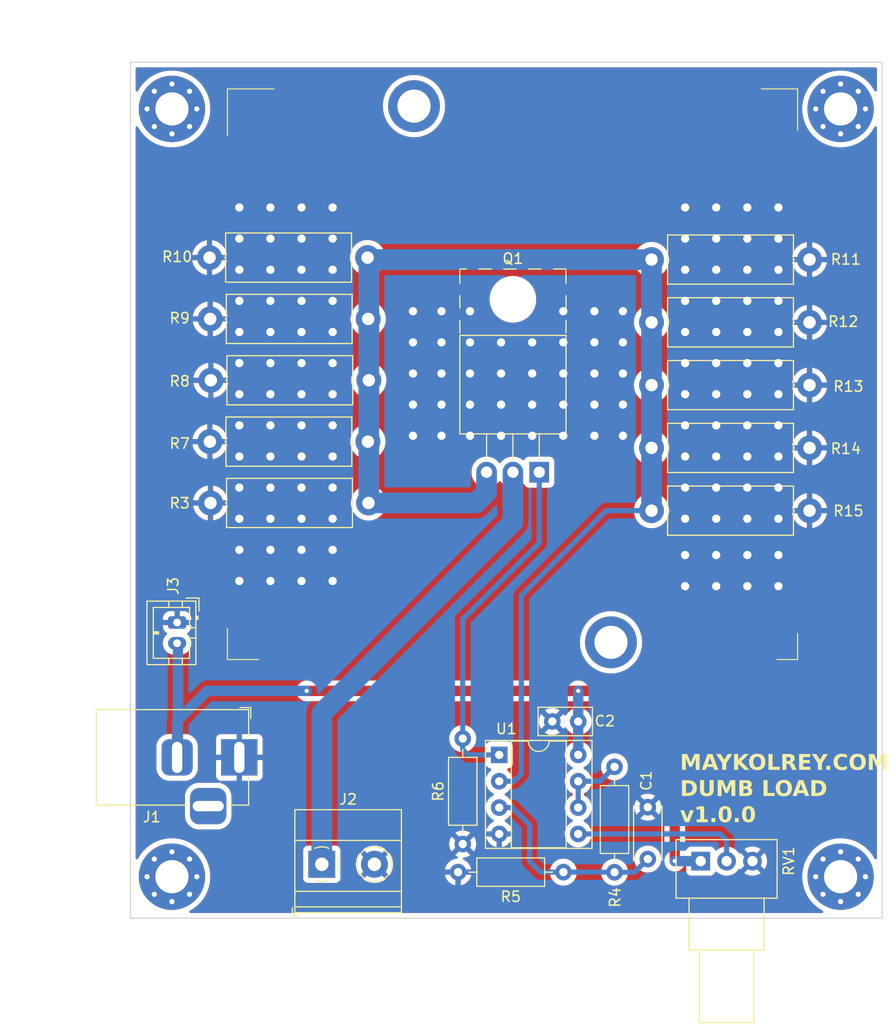
<source format=kicad_pcb>
(kicad_pcb (version 20240108) (generator "pcbnew") (generator_version "8.0")
  (title_block (title "Dummy Load") (date "2023-11-28") (rev "v1.0.0"))
  (layers (0 "F.Cu" signal) (31 "B.Cu" signal) (34 "B.Paste" user) (35 "F.Paste" user) (36 "B.SilkS" user "B.Silkscreen") (37 "F.SilkS" user "F.Silkscreen") (38 "B.Mask" user) (39 "F.Mask" user) (44 "Edge.Cuts" user))
  (net 0 "")
  (net 1 "/vo")
  (net 2 "Net-(J2-Pin_1)")
  (net 3 "/vsense")
  (net 4 "/vin")
  (net 5 "+12V")
  (net 6 "GND")
  (net 7 "/vref")
  (net 8 "Net-(U1B--)")
  (footprint "Package_TO_SOT_THT:TO-220-3_Horizontal_TabUp" (layer "F.Cu") (at 146.43 96.01 180)
    (property "Reference" "Q1" (at 2.54 20.58 0) (layer "F.SilkS"))
    (property "Value" "IRFZ44N")
    (fp_line (start 7.66 18.22) (end 7.66 19.42) (stroke (width 0.12)) (layer "F.SilkS"))
    (fp_line (start 7.66 15.82) (end 7.66 17.02) (stroke (width 0.12)) (layer "F.SilkS"))
    (fp_line (start 7.66 13.42) (end 7.66 14.62) (stroke (width 0.12)) (layer "F.SilkS"))
    (fp_line (start 7.66 3.69) (end 7.66 13.18) (stroke (width 0.12)) (layer "F.SilkS"))
    (fp_line (start 7.02 19.58) (end 7.66 19.58) (stroke (width 0.12)) (layer "F.SilkS"))
    (fp_line (start 5.08 1.15) (end 5.08 3.69) (stroke (width 0.12)) (layer "F.SilkS"))
    (fp_line (start 4.62 19.58) (end 5.82 19.58) (stroke (width 0.12)) (layer "F.SilkS"))
    (fp_line (start 2.54 1.15) (end 2.54 3.69) (stroke (width 0.12)) (layer "F.SilkS"))
    (fp_line (start 2.22 19.58) (end 3.42 19.58) (stroke (width 0.12)) (layer "F.SilkS"))
    (fp_line (start 0 1.15) (end 0 3.69) (stroke (width 0.12)) (layer "F.SilkS"))
    (fp_line (start -0.181 19.58) (end 1.02 19.58) (stroke (width 0.12)) (layer "F.SilkS"))
    (fp_line (start -2.58 19.58) (end -1.38 19.58) (stroke (width 0.12)) (layer "F.SilkS"))
    (fp_line (start -2.58 18.22) (end -2.58 19.42) (stroke (width 0.12)) (layer "F.SilkS"))
    (fp_line (start -2.58 15.82) (end -2.58 17.02) (stroke (width 0.12)) (layer "F.SilkS"))
    (fp_line (start -2.58 13.42) (end -2.58 14.62) (stroke (width 0.12)) (layer "F.SilkS"))
    (fp_line (start -2.58 13.18) (end 7.66 13.18) (stroke (width 0.12)) (layer "F.SilkS"))
    (fp_line (start -2.58 3.69) (end 7.66 3.69) (stroke (width 0.12)) (layer "F.SilkS"))
    (fp_line (start -2.58 3.69) (end -2.58 13.18) (stroke (width 0.12)) (layer "F.SilkS"))
    (pad "" np_thru_hole oval (at 2.54 16.66 180) (size 3.5 3.5) (drill 3.5) (layers "*.Cu" "*.Mask"))
    (pad "1" thru_hole rect (at 0 0 180) (size 1.905 2) (drill 1.1) (layers "*.Cu" "*.Mask") (net 1 "/vo"))
    (pad "2" thru_hole oval (at 2.54 0 180) (size 1.905 2) (drill 1.1) (layers "*.Cu" "*.Mask") (net 2 "Net-(J2-Pin_1)"))
    (pad "3" thru_hole oval (at 5.08 0 180) (size 1.905 2) (drill 1.1) (layers "*.Cu" "*.Mask") (net 3 "/vsense"))
  )
  (footprint "MountingHole:MountingHole_3.2mm_M3_Pad_Via" (layer "F.Cu") (at 175.5 135)
    (property "Reference" "H4" (hide yes))
    (property "Value" "MountingHole")
    (pad "1" thru_hole circle (at -2.4 0) (size 0.8 0.8) (drill 0.5) (layers "*.Cu" "*.Mask"))
    (pad "1" thru_hole circle (at -1.697056 -1.697056) (size 0.8 0.8) (drill 0.5) (layers "*.Cu" "*.Mask"))
    (pad "1" thru_hole circle (at -1.697056 1.697056) (size 0.8 0.8) (drill 0.5) (layers "*.Cu" "*.Mask"))
    (pad "1" thru_hole circle (at 0 -2.4) (size 0.8 0.8) (drill 0.5) (layers "*.Cu" "*.Mask"))
    (pad "1" thru_hole circle (at 0 0) (size 6.4 6.4) (drill 3.2) (layers "*.Cu" "*.Mask"))
    (pad "1" thru_hole circle (at 0 2.4) (size 0.8 0.8) (drill 0.5) (layers "*.Cu" "*.Mask"))
    (pad "1" thru_hole circle (at 1.697056 -1.697056) (size 0.8 0.8) (drill 0.5) (layers "*.Cu" "*.Mask"))
    (pad "1" thru_hole circle (at 1.697056 1.697056) (size 0.8 0.8) (drill 0.5) (layers "*.Cu" "*.Mask"))
    (pad "1" thru_hole circle (at 2.4 0) (size 0.8 0.8) (drill 0.5) (layers "*.Cu" "*.Mask"))
  )
  (footprint "Resistor_THT:R_Axial_DIN0207_L6.3mm_D2.5mm_P10.16mm_Horizontal" (layer "F.Cu") (at 148.76 134.56 180)
    (property "Reference" "R5" (at 5.08 -2.37 0) (layer "F.SilkS"))
    (property "Value" "10k")
    (fp_line (start 9.12 0) (end 8.35 0) (stroke (width 0.12)) (layer "F.SilkS"))
    (fp_line (start 8.35 1.37) (end 8.35 -1.37) (stroke (width 0.12)) (layer "F.SilkS"))
    (fp_line (start 8.35 -1.37) (end 1.81 -1.37) (stroke (width 0.12)) (layer "F.SilkS"))
    (fp_line (start 1.81 1.37) (end 8.35 1.37) (stroke (width 0.12)) (layer "F.SilkS"))
    (fp_line (start 1.81 -1.37) (end 1.81 1.37) (stroke (width 0.12)) (layer "F.SilkS"))
    (fp_line (start 1.04 0) (end 1.81 0) (stroke (width 0.12)) (layer "F.SilkS"))
    (pad "1" thru_hole circle (at 0 0 180) (size 1.6 1.6) (drill 0.8) (layers "*.Cu" "*.Mask") (net 7 "/vref"))
    (pad "2" thru_hole oval (at 10.16 0 180) (size 1.6 1.6) (drill 0.8) (layers "*.Cu" "*.Mask") (net 6 "GND"))
  )
  (footprint "Resistor_THT:R_Axial_DIN0414_L11.9mm_D4.5mm_P15.24mm_Horizontal" (layer "F.Cu") (at 129.96 98.98 180)
    (property "Reference" "R3" (at 18.21 -0.02 0) (layer "F.SilkS"))
    (property "Value" "10")
    (fp_line (start 13.8 0) (end 13.69 0) (stroke (width 0.12)) (layer "F.SilkS"))
    (fp_line (start 13.69 2.37) (end 13.69 -2.37) (stroke (width 0.12)) (layer "F.SilkS"))
    (fp_line (start 13.69 -2.37) (end 1.55 -2.37) (stroke (width 0.12)) (layer "F.SilkS"))
    (fp_line (start 1.55 2.37) (end 13.69 2.37) (stroke (width 0.12)) (layer "F.SilkS"))
    (fp_line (start 1.55 -2.37) (end 1.55 2.37) (stroke (width 0.12)) (layer "F.SilkS"))
    (fp_line (start 1.44 0) (end 1.55 0) (stroke (width 0.12)) (layer "F.SilkS"))
    (pad "1" thru_hole circle (at 0 0 180) (size 2.4 2.4) (drill 1.2) (layers "*.Cu" "*.Mask") (net 3 "/vsense"))
    (pad "2" thru_hole oval (at 15.24 0 180) (size 2.4 2.4) (drill 1.2) (layers "*.Cu" "*.Mask") (net 6 "GND"))
  )
  (footprint "Resistor_THT:R_Axial_DIN0414_L11.9mm_D4.5mm_P15.24mm_Horizontal" (layer "F.Cu") (at 129.99 87.155 180)
    (property "Reference" "R8" (at 18.24 -0.095 0) (layer "F.SilkS"))
    (property "Value" "10")
    (fp_line (start 13.8 0) (end 13.69 0) (stroke (width 0.12)) (layer "F.SilkS"))
    (fp_line (start 13.69 2.37) (end 13.69 -2.37) (stroke (width 0.12)) (layer "F.SilkS"))
    (fp_line (start 13.69 -2.37) (end 1.55 -2.37) (stroke (width 0.12)) (layer "F.SilkS"))
    (fp_line (start 1.55 2.37) (end 13.69 2.37) (stroke (width 0.12)) (layer "F.SilkS"))
    (fp_line (start 1.55 -2.37) (end 1.55 2.37) (stroke (width 0.12)) (layer "F.SilkS"))
    (fp_line (start 1.44 0) (end 1.55 0) (stroke (width 0.12)) (layer "F.SilkS"))
    (pad "1" thru_hole circle (at 0 0 180) (size 2.4 2.4) (drill 1.2) (layers "*.Cu" "*.Mask") (net 3 "/vsense"))
    (pad "2" thru_hole oval (at 15.24 0 180) (size 2.4 2.4) (drill 1.2) (layers "*.Cu" "*.Mask") (net 6 "GND"))
  )
  (footprint "MR-footprint:logo_mr_6x6mm" (layer "F.Cu") (at 168 119.25)
    (property "Reference" "G***" (hide yes))
    (property "Value" "LOGO" (hide yes))
  )
  (footprint "Potentiometer_THT:Potentiometer_Alps_RK09Y11_Single_Horizontal" (layer "F.Cu") (at 162 133.5 90)
    (property "Reference" "RV1" (at 0 8.5 90) (layer "F.SilkS"))
    (property "Value" "5k")
    (fp_line (start 2.071 -2.37) (end -3.57 -2.37) (stroke (width 0.12)) (layer "F.SilkS"))
    (fp_line (start -3.57 -1.12) (end -8.57 -1.12) (stroke (width 0.12)) (layer "F.SilkS"))
    (fp_line (start -8.57 -0.12) (end -15.57 -0.12) (stroke (width 0.12)) (layer "F.SilkS"))
    (fp_line (start -8.57 5.12) (end -15.57 5.12) (stroke (width 0.12)) (layer "F.SilkS"))
    (fp_line (start -15.57 5.12) (end -15.57 -0.12) (stroke (width 0.12)) (layer "F.SilkS"))
    (fp_line (start -3.57 6.12) (end -8.57 6.12) (stroke (width 0.12)) (layer "F.SilkS"))
    (fp_line (start -8.57 6.12) (end -8.57 -1.12) (stroke (width 0.12)) (layer "F.SilkS"))
    (fp_line (start 2.071 7.37) (end 2.071 -2.37) (stroke (width 0.12)) (layer "F.SilkS"))
    (fp_line (start 2.071 7.37) (end -3.57 7.37) (stroke (width 0.12)) (layer "F.SilkS"))
    (fp_line (start -3.57 7.37) (end -3.57 -2.37) (stroke (width 0.12)) (layer "F.SilkS"))
    (pad "1" thru_hole rect (at 0 0 270) (size 1.8 1.8) (drill 1) (layers "*.Cu" "*.Mask") (net 5 "+12V"))
    (pad "2" thru_hole circle (at 0 2.5 270) (size 1.8 1.8) (drill 1) (layers "*.Cu" "*.Mask") (net 4 "/vin"))
    (pad "3" thru_hole circle (at 0 5 270) (size 1.8 1.8) (drill 1) (layers "*.Cu" "*.Mask") (net 6 "GND"))
  )
  (footprint "Resistor_THT:R_Axial_DIN0414_L11.9mm_D4.5mm_P15.24mm_Horizontal" (layer "F.Cu") (at 157.26 93.67)
    (property "Reference" "R14" (at 18.74 0.08 0) (layer "F.SilkS"))
    (property "Value" "10")
    (fp_line (start 1.44 0) (end 1.55 0) (stroke (width 0.12)) (layer "F.SilkS"))
    (fp_line (start 1.55 -2.37) (end 1.55 2.37) (stroke (width 0.12)) (layer "F.SilkS"))
    (fp_line (start 1.55 2.37) (end 13.69 2.37) (stroke (width 0.12)) (layer "F.SilkS"))
    (fp_line (start 13.69 -2.37) (end 1.55 -2.37) (stroke (width 0.12)) (layer "F.SilkS"))
    (fp_line (start 13.69 2.37) (end 13.69 -2.37) (stroke (width 0.12)) (layer "F.SilkS"))
    (fp_line (start 13.8 0) (end 13.69 0) (stroke (width 0.12)) (layer "F.SilkS"))
    (pad "1" thru_hole circle (at 0 0) (size 2.4 2.4) (drill 1.2) (layers "*.Cu" "*.Mask") (net 3 "/vsense"))
    (pad "2" thru_hole oval (at 15.24 0) (size 2.4 2.4) (drill 1.2) (layers "*.Cu" "*.Mask") (net 6 "GND"))
  )
  (footprint "TerminalBlock_Phoenix:TerminalBlock_Phoenix_MKDS-1,5-2-5.08_1x02_P5.08mm_Horizontal" (layer "F.Cu") (at 125.455 133.805)
    (property "Reference" "J2" (at 2.54 -6.26 0) (layer "F.SilkS"))
    (property "Value" "Conn_01x02")
    (fp_line (start -2.84 4.16) (end -2.84 4.9) (stroke (width 0.12)) (layer "F.SilkS"))
    (fp_line (start -2.84 4.9) (end -2.34 4.9) (stroke (width 0.12)) (layer "F.SilkS"))
    (fp_line (start -2.6 -5.261) (end -2.6 4.66) (stroke (width 0.12)) (layer "F.SilkS"))
    (fp_line (start -2.6 -5.261) (end 7.68 -5.261) (stroke (width 0.12)) (layer "F.SilkS"))
    (fp_line (start -2.6 -2.301) (end 7.68 -2.301) (stroke (width 0.12)) (layer "F.SilkS"))
    (fp_line (start -2.6 2.6) (end 7.68 2.6) (stroke (width 0.12)) (layer "F.SilkS"))
    (fp_line (start -2.6 4.1) (end 7.68 4.1) (stroke (width 0.12)) (layer "F.SilkS"))
    (fp_line (start -2.6 4.66) (end 7.68 4.66) (stroke (width 0.12)) (layer "F.SilkS"))
    (fp_line (start 3.853 1.023) (end 3.806 1.069) (stroke (width 0.12)) (layer "F.SilkS"))
    (fp_line (start 4.046 1.239) (end 4.011 1.274) (stroke (width 0.12)) (layer "F.SilkS"))
    (fp_line (start 6.15 -1.275) (end 6.115 -1.239) (stroke (width 0.12)) (layer "F.SilkS"))
    (fp_line (start 6.355 -1.069) (end 6.308 -1.023) (stroke (width 0.12)) (layer "F.SilkS"))
    (fp_line (start 7.68 -5.261) (end 7.68 4.66) (stroke (width 0.12)) (layer "F.SilkS"))
    (fp_arc (start -1.535427 0.683042) (mid -1.680501 -0.000524) (end -1.535 -0.684) (stroke (width 0.12)) (layer "F.SilkS"))
    (fp_arc (start -0.683042 -1.535427) (mid 0.000524 -1.680501) (end 0.684 -1.535) (stroke (width 0.12)) (layer "F.SilkS"))
    (fp_arc (start 0.028805 1.680253) (mid -0.335551 1.646659) (end -0.684 1.535) (stroke (width 0.12)) (layer "F.SilkS"))
    (fp_arc (start 0.683318 1.534756) (mid 0.349292 1.643288) (end 0 1.68) (stroke (width 0.12)) (layer "F.SilkS"))
    (fp_arc (start 1.535427 -0.683042) (mid 1.680501 0.000524) (end 1.535 0.684) (stroke (width 0.12)) (layer "F.SilkS"))
    (fp_circle (center 5.08 0) (end 6.76 0) (stroke (width 0.12)) (fill none) (layer "F.SilkS"))
    (pad "1" thru_hole rect (at 0 0) (size 2.6 2.6) (drill 1.3) (layers "*.Cu" "*.Mask") (net 2 "Net-(J2-Pin_1)"))
    (pad "2" thru_hole circle (at 5.08 0) (size 2.6 2.6) (drill 1.3) (layers "*.Cu" "*.Mask") (net 6 "GND"))
  )
  (footprint "Connector_BarrelJack:BarrelJack_Horizontal" (layer "F.Cu") (at 117.5 123.5)
    (property "Reference" "J1" (at -8.45 5.75 0) (layer "F.SilkS"))
    (property "Value" "Conn_01x02")
    (fp_line (start -13.8 -4.6) (end 0.9 -4.6) (stroke (width 0.12)) (layer "F.SilkS"))
    (fp_line (start -13.8 4.6) (end -13.8 -4.6) (stroke (width 0.12)) (layer "F.SilkS"))
    (fp_line (start -5 4.6) (end -13.8 4.6) (stroke (width 0.12)) (layer "F.SilkS"))
    (fp_line (start 0.05 -4.8) (end 1.1 -4.8) (stroke (width 0.12)) (layer "F.SilkS"))
    (fp_line (start 0.9 -4.6) (end 0.9 -2) (stroke (width 0.12)) (layer "F.SilkS"))
    (fp_line (start 0.9 1.9) (end 0.9 4.6) (stroke (width 0.12)) (layer "F.SilkS"))
    (fp_line (start 0.9 4.6) (end -1 4.6) (stroke (width 0.12)) (layer "F.SilkS"))
    (fp_line (start 1.1 -3.75) (end 1.1 -4.8) (stroke (width 0.12)) (layer "F.SilkS"))
    (pad "1" thru_hole rect (at 0 0) (size 3.5 3.5) (drill oval 1 3) (layers "*.Cu" "*.Mask") (net 6 "GND"))
    (pad "2" thru_hole roundrect (at -6 0) (size 3 3.5) (drill oval 1 3) (layers "*.Cu" "*.Mask") (net 5 "+12V"))
    (pad "3" thru_hole roundrect (at -3 4.7) (size 3.5 3.5) (drill oval 3 1) (layers "*.Cu" "*.Mask"))
  )
  (footprint "Capacitor_THT:C_Disc_D5.0mm_W2.5mm_P5.00mm" (layer "F.Cu") (at 156.9 133.3 90)
    (property "Reference" "C1" (at 7.55 -0.15 90) (layer "F.SilkS"))
    (property "Value" "1u")
    (fp_line (start 5.12 -1.37) (end 5.12 -1.055) (stroke (width 0.12)) (layer "F.SilkS"))
    (fp_line (start -0.12 -1.37) (end 5.12 -1.37) (stroke (width 0.12)) (layer "F.SilkS"))
    (fp_line (start -0.12 -1.37) (end -0.12 -1.055) (stroke (width 0.12)) (layer "F.SilkS"))
    (fp_line (start 5.12 1.055) (end 5.12 1.37) (stroke (width 0.12)) (layer "F.SilkS"))
    (fp_line (start -0.12 1.055) (end -0.12 1.37) (stroke (width 0.12)) (layer "F.SilkS"))
    (fp_line (start -0.12 1.37) (end 5.12 1.37) (stroke (width 0.12)) (layer "F.SilkS"))
    (pad "1" thru_hole circle (at 0 0 90) (size 1.6 1.6) (drill 0.8) (layers "*.Cu" "*.Mask") (net 7 "/vref"))
    (pad "2" thru_hole circle (at 5 0 90) (size 1.6 1.6) (drill 0.8) (layers "*.Cu" "*.Mask") (net 6 "GND"))
  )
  (footprint "Resistor_THT:R_Axial_DIN0414_L11.9mm_D4.5mm_P15.24mm_Horizontal" (layer "F.Cu") (at 129.9 93.0675 180)
    (property "Reference" "R7" (at 18.15 -0.1825 0) (layer "F.SilkS"))
    (property "Value" "10")
    (fp_line (start 13.8 0) (end 13.69 0) (stroke (width 0.12)) (layer "F.SilkS"))
    (fp_line (start 13.69 2.37) (end 13.69 -2.37) (stroke (width 0.12)) (layer "F.SilkS"))
    (fp_line (start 13.69 -2.37) (end 1.55 -2.37) (stroke (width 0.12)) (layer "F.SilkS"))
    (fp_line (start 1.55 2.37) (end 13.69 2.37) (stroke (width 0.12)) (layer "F.SilkS"))
    (fp_line (start 1.55 -2.37) (end 1.55 2.37) (stroke (width 0.12)) (layer "F.SilkS"))
    (fp_line (start 1.44 0) (end 1.55 0) (stroke (width 0.12)) (layer "F.SilkS"))
    (pad "1" thru_hole circle (at 0 0 180) (size 2.4 2.4) (drill 1.2) (layers "*.Cu" "*.Mask") (net 3 "/vsense"))
    (pad "2" thru_hole oval (at 15.24 0 180) (size 2.4 2.4) (drill 1.2) (layers "*.Cu" "*.Mask") (net 6 "GND"))
  )
  (footprint "MR-footprint:disipador_VGA" (layer "F.Cu") (at 143.85 86.57 90)
    (property "Reference" "HS1" (hide yes))
    (property "Value" "Heatsink")
    (fp_line (start 27.5 -27.5) (end 27.5 -23) (stroke (width 0.1)) (layer "F.SilkS"))
    (fp_line (start 23 -27.5) (end 27.5 -27.5) (stroke (width 0.1)) (layer "F.SilkS"))
    (fp_line (start -27.5 -27.5) (end -24.5 -27.5) (stroke (width 0.1)) (layer "F.SilkS"))
    (fp_line (start -27.5 -24.5) (end -27.5 -27.5) (stroke (width 0.1)) (layer "F.SilkS"))
    (fp_line (start -27.5 25.5) (end -27.5 27.5) (stroke (width 0.1)) (layer "F.SilkS"))
    (fp_line (start 27.5 27.5) (end 27.5 24) (stroke (width 0.1)) (layer "F.SilkS"))
    (fp_line (start 23.5 27.5) (end 27.5 27.5) (stroke (width 0.1)) (layer "F.SilkS"))
    (fp_line (start -27.5 27.5) (end -25 27.5) (stroke (width 0.1)) (layer "F.SilkS"))
    (pad "" thru_hole circle (at -25.84 9.5 90) (size 5 5) (drill 3.2) (layers "*.Cu" "*.Mask"))
    (pad "" thru_hole circle (at 25.84 -9.5 90) (size 5 5) (drill 3.2) (layers "*.Cu" "*.Mask"))
  )
  (footprint "Resistor_THT:R_Axial_DIN0414_L11.9mm_D4.5mm_P15.24mm_Horizontal" (layer "F.Cu") (at 157.26 75.52)
    (property "Reference" "R11" (at 18.74 -0.02 0) (layer "F.SilkS"))
    (property "Value" "10")
    (fp_line (start 1.44 0) (end 1.55 0) (stroke (width 0.12)) (layer "F.SilkS"))
    (fp_line (start 1.55 -2.37) (end 1.55 2.37) (stroke (width 0.12)) (layer "F.SilkS"))
    (fp_line (start 1.55 2.37) (end 13.69 2.37) (stroke (width 0.12)) (layer "F.SilkS"))
    (fp_line (start 13.69 -2.37) (end 1.55 -2.37) (stroke (width 0.12)) (layer "F.SilkS"))
    (fp_line (start 13.69 2.37) (end 13.69 -2.37) (stroke (width 0.12)) (layer "F.SilkS"))
    (fp_line (start 13.8 0) (end 13.69 0) (stroke (width 0.12)) (layer "F.SilkS"))
    (pad "1" thru_hole circle (at 0 0) (size 2.4 2.4) (drill 1.2) (layers "*.Cu" "*.Mask") (net 3 "/vsense"))
    (pad "2" thru_hole oval (at 15.24 0) (size 2.4 2.4) (drill 1.2) (layers "*.Cu" "*.Mask") (net 6 "GND"))
  )
  (footprint "Capacitor_THT:C_Disc_D5.0mm_W2.5mm_P2.50mm" (layer "F.Cu") (at 150.19 120.04 180)
    (property "Reference" "C2" (at -2.56 0.04 0) (layer "F.SilkS"))
    (property "Value" "100nF")
    (fp_line (start 3.87 -1.37) (end 3.87 1.37) (stroke (width 0.12)) (layer "F.SilkS"))
    (fp_line (start -1.37 1.37) (end 3.87 1.37) (stroke (width 0.12)) (layer "F.SilkS"))
    (fp_line (start -1.37 -1.37) (end 3.87 -1.37) (stroke (width 0.12)) (layer "F.SilkS"))
    (fp_line (start -1.37 -1.37) (end -1.37 1.37) (stroke (width 0.12)) (layer "F.SilkS"))
    (pad "1" thru_hole circle (at 0 0 180) (size 1.6 1.6) (drill 0.8) (layers "*.Cu" "*.Mask") (net 5 "+12V"))
    (pad "2" thru_hole circle (at 2.5 0 180) (size 1.6 1.6) (drill 0.8) (layers "*.Cu" "*.Mask") (net 6 "GND"))
  )
  (footprint "Resistor_THT:R_Axial_DIN0414_L11.9mm_D4.5mm_P15.24mm_Horizontal" (layer "F.Cu") (at 157.26 99.72)
    (property "Reference" "R15" (at 18.99 0.03 0) (layer "F.SilkS"))
    (property "Value" "10")
    (fp_line (start 1.44 0) (end 1.55 0) (stroke (width 0.12)) (layer "F.SilkS"))
    (fp_line (start 1.55 -2.37) (end 1.55 2.37) (stroke (width 0.12)) (layer "F.SilkS"))
    (fp_line (start 1.55 2.37) (end 13.69 2.37) (stroke (width 0.12)) (layer "F.SilkS"))
    (fp_line (start 13.69 -2.37) (end 1.55 -2.37) (stroke (width 0.12)) (layer "F.SilkS"))
    (fp_line (start 13.69 2.37) (end 13.69 -2.37) (stroke (width 0.12)) (layer "F.SilkS"))
    (fp_line (start 13.8 0) (end 13.69 0) (stroke (width 0.12)) (layer "F.SilkS"))
    (pad "1" thru_hole circle (at 0 0) (size 2.4 2.4) (drill 1.2) (layers "*.Cu" "*.Mask") (net 3 "/vsense"))
    (pad "2" thru_hole oval (at 15.24 0) (size 2.4 2.4) (drill 1.2) (layers "*.Cu" "*.Mask") (net 6 "GND"))
  )
  (footprint "MountingHole:MountingHole_3.2mm_M3_Pad_Via" (layer "F.Cu") (at 111 61)
    (property "Reference" "H2" (hide yes))
    (property "Value" "MountingHole")
    (pad "1" thru_hole circle (at -2.4 0) (size 0.8 0.8) (drill 0.5) (layers "*.Cu" "*.Mask"))
    (pad "1" thru_hole circle (at -1.697056 -1.697056) (size 0.8 0.8) (drill 0.5) (layers "*.Cu" "*.Mask"))
    (pad "1" thru_hole circle (at -1.697056 1.697056) (size 0.8 0.8) (drill 0.5) (layers "*.Cu" "*.Mask"))
    (pad "1" thru_hole circle (at 0 -2.4) (size 0.8 0.8) (drill 0.5) (layers "*.Cu" "*.Mask"))
    (pad "1" thru_hole circle (at 0 0) (size 6.4 6.4) (drill 3.2) (layers "*.Cu" "*.Mask"))
    (pad "1" thru_hole circle (at 0 2.4) (size 0.8 0.8) (drill 0.5) (layers "*.Cu" "*.Mask"))
    (pad "1" thru_hole circle (at 1.697056 -1.697056) (size 0.8 0.8) (drill 0.5) (layers "*.Cu" "*.Mask"))
    (pad "1" thru_hole circle (at 1.697056 1.697056) (size 0.8 0.8) (drill 0.5) (layers "*.Cu" "*.Mask"))
    (pad "1" thru_hole circle (at 2.4 0) (size 0.8 0.8) (drill 0.5) (layers "*.Cu" "*.Mask"))
  )
  (footprint "Resistor_THT:R_Axial_DIN0414_L11.9mm_D4.5mm_P15.24mm_Horizontal" (layer "F.Cu") (at 157.26 81.57)
    (property "Reference" "R12" (at 18.49 -0.07 0) (layer "F.SilkS"))
    (property "Value" "10")
    (fp_line (start 1.44 0) (end 1.55 0) (stroke (width 0.12)) (layer "F.SilkS"))
    (fp_line (start 1.55 -2.37) (end 1.55 2.37) (stroke (width 0.12)) (layer "F.SilkS"))
    (fp_line (start 1.55 2.37) (end 13.69 2.37) (stroke (width 0.12)) (layer "F.SilkS"))
    (fp_line (start 13.69 -2.37) (end 1.55 -2.37) (stroke (width 0.12)) (layer "F.SilkS"))
    (fp_line (start 13.69 2.37) (end 13.69 -2.37) (stroke (width 0.12)) (layer "F.SilkS"))
    (fp_line (start 13.8 0) (end 13.69 0) (stroke (width 0.12)) (layer "F.SilkS"))
    (pad "1" thru_hole circle (at 0 0) (size 2.4 2.4) (drill 1.2) (layers "*.Cu" "*.Mask") (net 3 "/vsense"))
    (pad "2" thru_hole oval (at 15.24 0) (size 2.4 2.4) (drill 1.2) (layers "*.Cu" "*.Mask") (net 6 "GND"))
  )
  (footprint "Package_DIP:DIP-8_W7.62mm_Socket" (layer "F.Cu") (at 142.57 123.26)
    (property "Reference" "U1" (at 0.68 -2.51 0) (layer "F.SilkS"))
    (property "Value" "LM358")
    (fp_line (start -1.33 -1.39) (end -1.33 9.01) (stroke (width 0.12)) (layer "F.SilkS"))
    (fp_line (start -1.33 9.01) (end 8.95 9.01) (stroke (width 0.12)) (layer "F.SilkS"))
    (fp_line (start 1.16 -1.33) (end 1.16 8.95) (stroke (width 0.12)) (layer "F.SilkS"))
    (fp_line (start 1.16 8.95) (end 6.46 8.95) (stroke (width 0.12)) (layer "F.SilkS"))
    (fp_line (start 2.81 -1.33) (end 1.16 -1.33) (stroke (width 0.12)) (layer "F.SilkS"))
    (fp_line (start 6.46 -1.33) (end 4.81 -1.33) (stroke (width 0.12)) (layer "F.SilkS"))
    (fp_line (start 6.46 8.95) (end 6.46 -1.33) (stroke (width 0.12)) (layer "F.SilkS"))
    (fp_line (start 8.95 -1.39) (end -1.33 -1.39) (stroke (width 0.12)) (layer "F.SilkS"))
    (fp_line (start 8.95 9.01) (end 8.95 -1.39) (stroke (width 0.12)) (layer "F.SilkS"))
    (fp_arc (start 4.81 -1.33) (mid 3.81 -0.33) (end 2.81 -1.33) (stroke (width 0.12)) (layer "F.SilkS"))
    (pad "1" thru_hole rect (at 0 0) (size 1.6 1.6) (drill 0.8) (layers "*.Cu" "*.Mask") (net 1 "/vo"))
    (pad "2" thru_hole oval (at 0 2.54) (size 1.6 1.6) (drill 0.8) (layers "*.Cu" "*.Mask") (net 3 "/vsense"))
    (pad "3" thru_hole oval (at 0 5.08) (size 1.6 1.6) (drill 0.8) (layers "*.Cu" "*.Mask") (net 7 "/vref"))
    (pad "4" thru_hole oval (at 0 7.62) (size 1.6 1.6) (drill 0.8) (layers "*.Cu" "*.Mask") (net 6 "GND"))
    (pad "5" thru_hole oval (at 7.62 7.62) (size 1.6 1.6) (drill 0.8) (layers "*.Cu" "*.Mask") (net 4 "/vin"))
    (pad "6" thru_hole oval (at 7.62 5.08) (size 1.6 1.6) (drill 0.8) (layers "*.Cu" "*.Mask") (net 8 "Net-(U1B--)"))
    (pad "7" thru_hole oval (at 7.62 2.54) (size 1.6 1.6) (drill 0.8) (layers "*.Cu" "*.Mask") (net 8 "Net-(U1B--)"))
    (pad "8" thru_hole oval (at 7.62 0) (size 1.6 1.6) (drill 0.8) (layers "*.Cu" "*.Mask") (net 5 "+12V"))
  )
  (footprint "Connector_JST:JST_PH_B2B-PH-K_1x02_P2.00mm_Vertical" (layer "F.Cu") (at 111.5 110.5 -90)
    (property "Reference" "J3" (at -3.515432 0.381838 90) (layer "F.SilkS"))
    (property "Value" "PH_B2B-PH-K")
    (fp_line (start -2.06 2.91) (end 4.06 2.91) (stroke (width 0.12)) (layer "F.SilkS"))
    (fp_line (start 4.06 2.91) (end 4.06 -1.81) (stroke (width 0.12)) (layer "F.SilkS"))
    (fp_line (start -1.45 2.3) (end 3.45 2.3) (stroke (width 0.12)) (layer "F.SilkS"))
    (fp_line (start 0.900001 2.3) (end 0.9 1.8) (stroke (width 0.12)) (layer "F.SilkS"))
    (fp_line (start 1 2.3) (end 1 1.8) (stroke (width 0.12)) (layer "F.SilkS"))
    (fp_line (start 3.45 2.3) (end 3.45 -1.200001) (stroke (width 0.12)) (layer "F.SilkS"))
    (fp_line (start 0.9 1.8) (end 1.1 1.8) (stroke (width 0.12)) (layer "F.SilkS"))
    (fp_line (start 1.1 1.8) (end 1.1 2.3) (stroke (width 0.12)) (layer "F.SilkS"))
    (fp_line (start 4.06 0.8) (end 3.45 0.8) (stroke (width 0.12)) (layer "F.SilkS"))
    (fp_line (start -2.06 0.799999) (end -1.45 0.8) (stroke (width 0.12)) (layer "F.SilkS"))
    (fp_line (start -2.06 -0.499999) (end -1.45 -0.5) (stroke (width 0.12)) (layer "F.SilkS"))
    (fp_line (start 4.06 -0.5) (end 3.45 -0.5) (stroke (width 0.12)) (layer "F.SilkS"))
    (fp_line (start -1.45 -1.2) (end -1.45 2.3) (stroke (width 0.12)) (layer "F.SilkS"))
    (fp_line (start 1.5 -1.2) (end 1.5 -1.81) (stroke (width 0.12)) (layer "F.SilkS"))
    (fp_line (start 0.5 -1.200001) (end -1.45 -1.2) (stroke (width 0.12)) (layer "F.SilkS"))
    (fp_line (start 3.45 -1.200001) (end 1.5 -1.2) (stroke (width 0.12)) (layer "F.SilkS"))
    (fp_line (start -2.06 -1.81) (end -2.06 2.91) (stroke (width 0.12)) (layer "F.SilkS"))
    (fp_line (start -0.3 -1.81) (end -0.3 -2.010001) (stroke (width 0.12)) (layer "F.SilkS"))
    (fp_line (start 0.5 -1.81) (end 0.5 -1.200001) (stroke (width 0.12)) (layer "F.SilkS"))
    (fp_line (start 4.06 -1.81) (end -2.06 -1.81) (stroke (width 0.12)) (layer "F.SilkS"))
    (fp_line (start -0.3 -1.91) (end -0.6 -1.91) (stroke (width 0.12)) (layer "F.SilkS"))
    (fp_line (start -0.6 -2.010001) (end -0.6 -1.81) (stroke (width 0.12)) (layer "F.SilkS"))
    (fp_line (start -0.3 -2.010001) (end -0.6 -2.010001) (stroke (width 0.12)) (layer "F.SilkS"))
    (fp_line (start -2.36 -2.11) (end -2.36 -0.86) (stroke (width 0.12)) (layer "F.SilkS"))
    (fp_line (start -1.11 -2.11) (end -2.36 -2.11) (stroke (width 0.12)) (layer "F.SilkS"))
    (pad "1" thru_hole roundrect (at 0 0 270) (size 1.2 1.75) (drill 0.75) (layers "*.Cu" "*.Mask") (roundrect_rratio 0.208333) (net 6 "GND"))
    (pad "2" thru_hole oval (at 2.000001 0 270) (size 1.2 1.75) (drill 0.75) (layers "*.Cu" "*.Mask") (net 5 "+12V"))
  )
  (footprint "Resistor_THT:R_Axial_DIN0414_L11.9mm_D4.5mm_P15.24mm_Horizontal" (layer "F.Cu") (at 157.26 87.62)
    (property "Reference" "R13" (at 18.99 0.13 0) (layer "F.SilkS"))
    (property "Value" "10")
    (fp_line (start 1.44 0) (end 1.55 0) (stroke (width 0.12)) (layer "F.SilkS"))
    (fp_line (start 1.55 -2.37) (end 1.55 2.37) (stroke (width 0.12)) (layer "F.SilkS"))
    (fp_line (start 1.55 2.37) (end 13.69 2.37) (stroke (width 0.12)) (layer "F.SilkS"))
    (fp_line (start 13.69 -2.37) (end 1.55 -2.37) (stroke (width 0.12)) (layer "F.SilkS"))
    (fp_line (start 13.69 2.37) (end 13.69 -2.37) (stroke (width 0.12)) (layer "F.SilkS"))
    (fp_line (start 13.8 0) (end 13.69 0) (stroke (width 0.12)) (layer "F.SilkS"))
    (pad "1" thru_hole circle (at 0 0) (size 2.4 2.4) (drill 1.2) (layers "*.Cu" "*.Mask") (net 3 "/vsense"))
    (pad "2" thru_hole oval (at 15.24 0) (size 2.4 2.4) (drill 1.2) (layers "*.Cu" "*.Mask") (net 6 "GND"))
  )
  (footprint "Resistor_THT:R_Axial_DIN0414_L11.9mm_D4.5mm_P15.24mm_Horizontal" (layer "F.Cu") (at 129.87 75.33 180)
    (property "Reference" "R10" (at 18.37 0.08 0) (layer "F.SilkS"))
    (property "Value" "10")
    (fp_line (start 13.8 0) (end 13.69 0) (stroke (width 0.12)) (layer "F.SilkS"))
    (fp_line (start 13.69 2.37) (end 13.69 -2.37) (stroke (width 0.12)) (layer "F.SilkS"))
    (fp_line (start 13.69 -2.37) (end 1.55 -2.37) (stroke (width 0.12)) (layer "F.SilkS"))
    (fp_line (start 1.55 2.37) (end 13.69 2.37) (stroke (width 0.12)) (layer "F.SilkS"))
    (fp_line (start 1.55 -2.37) (end 1.55 2.37) (stroke (width 0.12)) (layer "F.SilkS"))
    (fp_line (start 1.44 0) (end 1.55 0) (stroke (width 0.12)) (layer "F.SilkS"))
    (pad "1" thru_hole circle (at 0 0 180) (size 2.4 2.4) (drill 1.2) (layers "*.Cu" "*.Mask") (net 3 "/vsense"))
    (pad "2" thru_hole oval (at 15.24 0 180) (size 2.4 2.4) (drill 1.2) (layers "*.Cu" "*.Mask") (net 6 "GND"))
  )
  (footprint "Resistor_THT:R_Axial_DIN0207_L6.3mm_D2.5mm_P10.16mm_Horizontal" (layer "F.Cu") (at 139.05 131.85 90)
    (property "Reference" "R6" (at 5.08 -2.37 90) (layer "F.SilkS"))
    (property "Value" "10k")
    (fp_line (start 8.35 -1.37) (end 1.81 -1.37) (stroke (width 0.12)) (layer "F.SilkS"))
    (fp_line (start 1.81 -1.37) (end 1.81 1.37) (stroke (width 0.12)) (layer "F.SilkS"))
    (fp_line (start 9.12 0) (end 8.35 0) (stroke (width 0.12)) (layer "F.SilkS"))
    (fp_line (start 1.04 0) (end 1.81 0) (stroke (width 0.12)) (layer "F.SilkS"))
    (fp_line (start 8.35 1.37) (end 8.35 -1.37) (stroke (width 0.12)) (layer "F.SilkS"))
    (fp_line (start 1.81 1.37) (end 8.35 1.37) (stroke (width 0.12)) (layer "F.SilkS"))
    (pad "1" thru_hole circle (at 0 0 90) (size 1.6 1.6) (drill 0.8) (layers "*.Cu" "*.Mask") (net 6 "GND"))
    (pad "2" thru_hole oval (at 10.16 0 90) (size 1.6 1.6) (drill 0.8) (layers "*.Cu" "*.Mask") (net 1 "/vo"))
  )
  (footprint "Resistor_THT:R_Axial_DIN0207_L6.3mm_D2.5mm_P10.16mm_Horizontal" (layer "F.Cu") (at 153.69 134.57 90)
    (property "Reference" "R4" (at -2.43 0.06 90) (layer "F.SilkS"))
    (property "Value" "10k")
    (fp_line (start 8.35 -1.37) (end 1.81 -1.37) (stroke (width 0.12)) (layer "F.SilkS"))
    (fp_line (start 1.81 -1.37) (end 1.81 1.37) (stroke (width 0.12)) (layer "F.SilkS"))
    (fp_line (start 9.12 0) (end 8.35 0) (stroke (width 0.12)) (layer "F.SilkS"))
    (fp_line (start 1.04 0) (end 1.81 0) (stroke (width 0.12)) (layer "F.SilkS"))
    (fp_line (start 8.35 1.37) (end 8.35 -1.37) (stroke (width 0.12)) (layer "F.SilkS"))
    (fp_line (start 1.81 1.37) (end 8.35 1.37) (stroke (width 0.12)) (layer "F.SilkS"))
    (pad "1" thru_hole circle (at 0 0 90) (size 1.6 1.6) (drill 0.8) (layers "*.Cu" "*.Mask") (net 7 "/vref"))
    (pad "2" thru_hole oval (at 10.16 0 90) (size 1.6 1.6) (drill 0.8) (layers "*.Cu" "*.Mask") (net 8 "Net-(U1B--)"))
  )
  (footprint "Resistor_THT:R_Axial_DIN0414_L11.9mm_D4.5mm_P15.24mm_Horizontal" (layer "F.Cu") (at 129.93 81.2425 180)
    (property "Reference" "R9" (at 18.18 0.08 0) (layer "F.SilkS"))
    (property "Value" "10")
    (fp_line (start 13.8 0) (end 13.69 0) (stroke (width 0.12)) (layer "F.SilkS"))
    (fp_line (start 13.69 2.37) (end 13.69 -2.37) (stroke (width 0.12)) (layer "F.SilkS"))
    (fp_line (start 13.69 -2.37) (end 1.55 -2.37) (stroke (width 0.12)) (layer "F.SilkS"))
    (fp_line (start 1.55 2.37) (end 13.69 2.37) (stroke (width 0.12)) (layer "F.SilkS"))
    (fp_line (start 1.55 -2.37) (end 1.55 2.37) (stroke (width 0.12)) (layer "F.SilkS"))
    (fp_line (start 1.44 0) (end 1.55 0) (stroke (width 0.12)) (layer "F.SilkS"))
    (pad "1" thru_hole circle (at 0 0 180) (size 2.4 2.4) (drill 1.2) (layers "*.Cu" "*.Mask") (net 3 "/vsense"))
    (pad "2" thru_hole oval (at 15.24 0 180) (size 2.4 2.4) (drill 1.2) (layers "*.Cu" "*.Mask") (net 6 "GND"))
  )
  (footprint "MountingHole:MountingHole_3.2mm_M3_Pad_Via" (layer "F.Cu") (at 111 135)
    (property "Reference" "H3" (hide yes))
    (property "Value" "MountingHole")
    (pad "1" thru_hole circle (at -2.4 0) (size 0.8 0.8) (drill 0.5) (layers "*.Cu" "*.Mask"))
    (pad "1" thru_hole circle (at -1.697056 -1.697056) (size 0.8 0.8) (drill 0.5) (layers "*.Cu" "*.Mask"))
    (pad "1" thru_hole circle (at -1.697056 1.697056) (size 0.8 0.8) (drill 0.5) (layers "*.Cu" "*.Mask"))
    (pad "1" thru_hole circle (at 0 -2.4) (size 0.8 0.8) (drill 0.5) (layers "*.Cu" "*.Mask"))
    (pad "1" thru_hole circle (at 0 0) (size 6.4 6.4) (drill 3.2) (layers "*.Cu" "*.Mask"))
    (pad "1" thru_hole circle (at 0 2.4) (size 0.8 0.8) (drill 0.5) (layers "*.Cu" "*.Mask"))
    (pad "1" thru_hole circle (at 1.697056 -1.697056) (size 0.8 0.8) (drill 0.5) (layers "*.Cu" "*.Mask"))
    (pad "1" thru_hole circle (at 1.697056 1.697056) (size 0.8 0.8) (drill 0.5) (layers "*.Cu" "*.Mask"))
    (pad "1" thru_hole circle (at 2.4 0) (size 0.8 0.8) (drill 0.5) (layers "*.Cu" "*.Mask"))
  )
  (footprint "MountingHole:MountingHole_3.2mm_M3_Pad_Via" (layer "F.Cu") (at 175.5 61)
    (property "Reference" "H1" (hide yes))
    (property "Value" "MountingHole")
    (pad "1" thru_hole circle (at -2.4 0) (size 0.8 0.8) (drill 0.5) (layers "*.Cu" "*.Mask"))
    (pad "1" thru_hole circle (at -1.697056 -1.697056) (size 0.8 0.8) (drill 0.5) (layers "*.Cu" "*.Mask"))
    (pad "1" thru_hole circle (at -1.697056 1.697056) (size 0.8 0.8) (drill 0.5) (layers "*.Cu" "*.Mask"))
    (pad "1" thru_hole circle (at 0 -2.4) (size 0.8 0.8) (drill 0.5) (layers "*.Cu" "*.Mask"))
    (pad "1" thru_hole circle (at 0 0) (size 6.4 6.4) (drill 3.2) (layers "*.Cu" "*.Mask"))
    (pad "1" thru_hole circle (at 0 2.4) (size 0.8 0.8) (drill 0.5) (layers "*.Cu" "*.Mask"))
    (pad "1" thru_hole circle (at 1.697056 -1.697056) (size 0.8 0.8) (drill 0.5) (layers "*.Cu" "*.Mask"))
    (pad "1" thru_hole circle (at 1.697056 1.697056) (size 0.8 0.8) (drill 0.5) (layers "*.Cu" "*.Mask"))
    (pad "1" thru_hole circle (at 2.4 0) (size 0.8 0.8) (drill 0.5) (layers "*.Cu" "*.Mask"))
  )
  (gr_line (start 179.5 139) (end 107 139) (stroke (width 0.1)) (layer "Edge.Cuts"))
  (gr_line (start 107 56.5) (end 179.5 56.5) (stroke (width 0.1)) (layer "Edge.Cuts"))
  (gr_line (start 107 139) (end 107 56.5) (stroke (width 0.1)) (layer "Edge.Cuts"))
  (gr_line (start 179.5 56.5) (end 179.5 139) (stroke (width 0.1)) (layer "Edge.Cuts"))
  (gr_text "MAYKOLREY.COM\nDUMB LOAD\n${REVISION}" (at 160 130 0) (layer "F.SilkS") (effects (font (size 1.5 1.5) (thickness 0.3) (bold yes)) (justify left bottom)))
  (segment (start 146.43 102.82) (end 139.05 110.2) (width 0.5) (layer "B.Cu") (net 1))
  (segment (start 142.57 123.26) (end 139.56 123.26) (width 0.5) (layer "B.Cu") (net 1))
  (segment (start 146.43 96.01) (end 146.43 102.82) (width 0.5) (layer "B.Cu") (net 1))
  (segment (start 139.05 110.2) (end 139.05 121.69) (width 0.5) (layer "B.Cu") (net 1))
  (segment (start 139.56 123.26) (end 139.05 122.75) (width 0.5) (layer "B.Cu") (net 1))
  (segment (start 139.05 122.75) (end 139.05 121.69) (width 0.5) (layer "B.Cu") (net 1))
  (segment (start 143.89 100.81) (end 125.455 119.245) (width 2) (layer "B.Cu") (net 2))
  (segment (start 143.89 96.01) (end 143.89 100.81) (width 2) (layer "B.Cu") (net 2))
  (segment (start 125.455 119.245) (end 125.455 133.805) (width 2) (layer "B.Cu") (net 2))
  (segment (start 157.26 75.52) (end 130.06 75.52) (width 2) (layer "B.Cu") (net 3))
  (segment (start 129.99 75.45) (end 129.99 98.98) (width 2) (layer "B.Cu") (net 3))
  (segment (start 152.88 99.72) (end 157.26 99.72) (width 0.5) (layer "B.Cu") (net 3))
  (segment (start 142.57 125.8) (end 144 125.8) (width 0.5) (layer "B.Cu") (net 3))
  (segment (start 129.99 98.98) (end 140.32 98.98) (width 2) (layer "B.Cu") (net 3))
  (segment (start 157.26 99.72) (end 157.26 93.67) (width 2) (layer "B.Cu") (net 3))
  (segment (start 157.26 81.57) (end 157.26 75.52) (width 2) (layer "B.Cu") (net 3))
  (segment (start 144.7 107.9) (end 152.88 99.72) (width 0.5) (layer "B.Cu") (net 3))
  (segment (start 130.06 75.52) (end 129.87 75.33) (width 2) (layer "B.Cu") (net 3))
  (segment (start 129.87 75.33) (end 129.99 75.45) (width 2) (layer "B.Cu") (net 3))
  (segment (start 144.7 125.1) (end 144.7 107.9) (width 0.5) (layer "B.Cu") (net 3))
  (segment (start 141.35 97.95) (end 141.35 96.01) (width 2) (layer "B.Cu") (net 3))
  (segment (start 157.26 93.67) (end 157.26 87.62) (width 2) (layer "B.Cu") (net 3))
  (segment (start 144 125.8) (end 144.7 125.1) (width 0.5) (layer "B.Cu") (net 3))
  (segment (start 157.26 87.62) (end 157.26 81.57) (width 2) (layer "B.Cu") (net 3))
  (segment (start 140.32 98.98) (end 141.35 97.95) (width 2) (layer "B.Cu") (net 3))
  (segment (start 164.5 131.5) (end 164.5 133.5) (width 0.5) (layer "B.Cu") (net 4))
  (segment (start 163.88 130.88) (end 164.5 131.5) (width 0.5) (layer "B.Cu") (net 4))
  (segment (start 150.19 130.88) (end 163.88 130.88) (width 0.5) (layer "B.Cu") (net 4))
  (segment (start 159.5 123) (end 153.59 117.09) (width 1) (layer "F.Cu") (net 5))
  (segment (start 153.59 117.09) (end 150.19 117.09) (width 1) (layer "F.Cu") (net 5))
  (segment (start 159.5 133.5) (end 159.5 123) (width 1) (layer "F.Cu") (net 5))
  (segment (start 124 117.09) (end 150.19 117.09) (width 1) (layer "F.Cu") (net 5))
  (via (at 150.19 117.09) (size 0.8) (drill 0.4) (layers "F.Cu" "B.Cu") (net 5))
  (via (at 159.5 133.5) (size 0.8) (drill 0.4) (layers "F.Cu" "B.Cu") (net 5))
  (via (at 124 117.09) (size 0.8) (drill 0.4) (layers "F.Cu" "B.Cu") (net 5))
  (segment (start 150.19 117.09) (end 150.19 120.04) (width 1) (layer "B.Cu") (net 5))
  (segment (start 111.5 120) (end 111.5 123.5) (width 1) (layer "B.Cu") (net 5))
  (segment (start 111.58 112.580001) (end 111.5 112.500001) (width 1) (layer "B.Cu") (net 5))
  (segment (start 150.19 123.26) (end 150.19 120.04) (width 1) (layer "B.Cu") (net 5))
  (segment (start 111.58 123.42) (end 111.58 112.580001) (width 1) (layer "B.Cu") (net 5))
  (segment (start 162 133.5) (end 159.5 133.5) (width 1) (layer "B.Cu") (net 5))
  (segment (start 111.5 123.5) (end 111.58 123.42) (width 1) (layer "B.Cu") (net 5))
  (segment (start 124 117.09) (end 114.41 117.09) (width 1) (layer "B.Cu") (net 5))
  (segment (start 114.41 117.09) (end 111.5 120) (width 1) (layer "B.Cu") (net 5))
  (via (at 154.5 80.5) (size 1.5) (drill 0.8) (layers "F.Cu" "B.Cu") (net 6))
  (via (at 126.5 73.5) (size 1.5) (drill 0.8) (layers "F.Cu" "B.Cu") (net 6))
  (via (at 142.75 89.5) (size 1.5) (drill 0.8) (layers "F.Cu" "B.Cu") (net 6))
  (via (at 126.5 88.5) (size 1.5) (drill 0.8) (layers "F.Cu" "B.Cu") (net 6))
  (via (at 123.5 106.5) (size 1.5) (drill 0.8) (layers "F.Cu" "B.Cu") (net 6))
  (via (at 120.5 88.5) (size 1.5) (drill 0.8) (layers "F.Cu" "B.Cu") (net 6))
  (via (at 126.5 82.5) (size 1.5) (drill 0.8) (layers "F.Cu" "B.Cu") (net 6))
  (via (at 166.5 76.5) (size 1.5) (drill 0.8) (layers "F.Cu" "B.Cu") (net 6))
  (via (at 139.75 92.5) (size 1.5) (drill 0.8) (layers "F.Cu" "B.Cu") (net 6))
  (via (at 145.75 92.5) (size 1.5) (drill 0.8) (layers "F.Cu" "B.Cu") (net 6))
  (via (at 151.75 89.5) (size 1.5) (drill 0.8) (layers "F.Cu" "B.Cu") (net 6))
  (via (at 120.5 103.5) (size 1.5) (drill 0.8) (layers "F.Cu" "B.Cu") (net 6))
  (via (at 166.5 107) (size 1.5) (drill 0.8) (layers "F.Cu" "B.Cu") (net 6))
  (via (at 169.5 85.5) (size 1.5) (drill 0.8) (layers "F.Cu" "B.Cu") (net 6))
  (via (at 126.5 94.5) (size 1.5) (drill 0.8) (layers "F.Cu" "B.Cu") (net 6))
  (via (at 163.5 88.5) (size 1.5) (drill 0.8) (layers "F.Cu" "B.Cu") (net 6))
  (via (at 169.5 94.5) (size 1.5) (drill 0.8) (layers "F.Cu" "B.Cu") (net 6))
  (via (at 117.5 106.5) (size 1.5) (drill 0.8) (layers "F.Cu" "B.Cu") (net 6))
  (via (at 120.5 76.5) (size 1.5) (drill 0.8) (layers "F.Cu" "B.Cu") (net 6))
  (via (at 117.5 73.5) (size 1.5) (drill 0.8) (layers "F.Cu" "B.Cu") (net 6))
  (via (at 154.5 92.5) (size 1.5) (drill 0.8) (layers "F.Cu" "B.Cu") (net 6))
  (via (at 126.5 85.5) (size 1.5) (drill 0.8) (layers "F.Cu" "B.Cu") (net 6))
  (via (at 163.5 85.5) (size 1.5) (drill 0.8) (layers "F.Cu" "B.Cu") (net 6))
  (via (at 139.75 83.5) (size 1.5) (drill 0.8) (layers "F.Cu" "B.Cu") (net 6))
  (via (at 137 92.5) (size 1.5) (drill 0.8) (layers "F.Cu" "B.Cu") (net 6))
  (via (at 154.5 86.5) (size 1.5) (drill 0.8) (layers "F.Cu" "B.Cu") (net 6))
  (via (at 120.5 91.5) (size 1.5) (drill 0.8) (layers "F.Cu" "B.Cu") (net 6))
  (via (at 154.5 89.5) (size 1.5) (drill 0.8) (layers "F.Cu" "B.Cu") (net 6))
  (via (at 163.5 73.5) (size 1.5) (drill 0.8) (layers "F.Cu" "B.Cu") (net 6))
  (via (at 123.5 82.5) (size 1.5) (drill 0.8) (layers "F.Cu" "B.Cu") (net 6))
  (via (at 166.5 100.5) (size 1.5) (drill 0.8) (layers "F.Cu" "B.Cu") (net 6))
  (via (at 142.75 92.5) (size 1.5) (drill 0.8) (layers "F.Cu" "B.Cu") (net 6))
  (via (at 117.5 103.5) (size 1.5) (drill 0.8) (layers "F.Cu" "B.Cu") (net 6))
  (via (at 151.75 86.5) (size 1.5) (drill 0.8) (layers "F.Cu" "B.Cu") (net 6))
  (via (at 166.5 79.5) (size 1.5) (drill 0.8) (layers "F.Cu" "B.Cu") (net 6))
  (via (at 160.5 82.5) (size 1.5) (drill 0.8) (layers "F.Cu" "B.Cu") (net 6))
  (via (at 139.75 89.5) (size 1.5) (drill 0.8) (layers "F.Cu" "B.Cu") (net 6))
  (via (at 148.75 83.5) (size 1.5) (drill 0.8) (layers "F.Cu" "B.Cu") (net 6))
  (via (at 169.5 79.5) (size 1.5) (drill 0.8) (layers "F.Cu" "B.Cu") (net 6))
  (via (at 169.5 82.5) (size 1.5) (drill 0.8) (layers "F.Cu" "B.Cu") (net 6))
  (via (at 163.5 100.5) (size 1.5) (drill 0.8) (layers "F.Cu" "B.Cu") (net 6))
  (via (at 120.5 73.5) (size 1.5) (drill 0.8) (layers "F.Cu" "B.Cu") (net 6))
  (via (at 142.75 86.5) (size 1.5) (drill 0.8) (layers "F.Cu" "B.Cu") (net 6))
  (via (at 139.75 86.5) (size 1.5) (drill 0.8) (layers "F.Cu" "B.Cu") (net 6))
  (via (at 160.5 85.5) (size 1.5) (drill 0.8) (layers "F.Cu" "B.Cu") (net 6))
  (via (at 160.5 88.5) (size 1.5) (drill 0.8) (layers "F.Cu" "B.Cu") (net 6))
  (via (at 166.5 82.5) (size 1.5) (drill 0.8) (layers "F.Cu" "B.Cu") (net 6))
  (via (at 137 86.5) (size 1.5) (drill 0.8) (layers "F.Cu" "B.Cu") (net 6))
  (via (at 169.5 91.5) (size 1.5) (drill 0.8) (layers "F.Cu" "B.Cu") (net 6))
  (via (at 160.5 97.5) (size 1.5) (drill 0.8) (layers "F.Cu" "B.Cu") (net 6))
  (via (at 160.5 70.5) (size 1.5) (drill 0.8) (layers "F.Cu" "B.Cu") (net 6))
  (via (at 163.5 107) (size 1.5) (drill 0.8) (layers "F.Cu" "B.Cu") (net 6))
  (via (at 154.5 83.5) (size 1.5) (drill 0.8) (layers "F.Cu" "B.Cu") (net 6))
  (via (at 145.75 89.5) (size 1.5) (drill 0.8) (layers "F.Cu" "B.Cu") (net 6))
  (via (at 163.5 94.5) (size 1.5) (drill 0.8) (layers "F.Cu" "B.Cu") (net 6))
  (via (at 117.5 94.5) (size 1.5) (drill 0.8) (layers "F.Cu" "B.Cu") (net 6))
  (via (at 169.5 107) (size 1.5) (drill 0.8) (layers "F.Cu" "B.Cu") (net 6))
  (via (at 117.5 91.5) (size 1.5) (drill 0.8) (layers "F.Cu" "B.Cu") (net 6))
  (via (at 151.75 83.5) (size 1.5) (drill 0.8) (layers "F.Cu" "B.Cu") (net 6))
  (via (at 123.5 79.5) (size 1.5) (drill 0.8) (layers "F.Cu" "B.Cu") (net 6))
  (via (at 120.5 70.5) (size 1.5) (drill 0.8) (layers "F.Cu" "B.Cu") (net 6))
  (via (at 148.75 80.5) (size 1.5) (drill 0.8) (layers "F.Cu" "B.Cu") (net 6))
  (via (at 160.5 104) (size 1.5) (drill 0.8) (layers "F.Cu" "B.Cu") (net 6))
  (via (at 166.5 73.5) (size 1.5) (drill 0.8) (layers "F.Cu" "B.Cu") (net 6))
  (via (at 120.5 97.5) (size 1.5) (drill 0.8) (layers "F.Cu" "B.Cu") (net 6))
  (via (at 160.5 94.5) (size 1.5) (drill 0.8) (layers "F.Cu" "B.Cu") (net 6))
  (via (at 126.5 100.5) (size 1.5) (drill 0.8) (layers "F.Cu" "B.Cu") (net 6))
  (via (at 120.5 94.5) (size 1.5) (drill 0.8) (layers "F.Cu" "B.Cu") (net 6))
  (via (at 145.75 83.5) (size 1.5) (drill 0.8) (layers "F.Cu" "B.Cu") (net 6))
  (via (at 139.75 80.5) (size 1.5) (drill 0.8) (layers "F.Cu" "B.Cu") (net 6))
  (via (at 169.5 73.5) (size 1.5) (drill 0.8) (layers "F.Cu" "B.Cu") (net 6))
  (via (at 123.5 91.5) (size 1.5) (drill 0.8) (layers "F.Cu" "B.Cu") (net 6))
  (via (at 163.5 70.5) (size 1.5) (drill 0.8) (layers "F.Cu" "B.Cu") (net 6))
  (via (at 166.5 70.5) (size 1.5) (drill 0.8) (layers "F.Cu" "B.Cu") (net 6))
  (via (at 160.5 73.5) (size 1.5) (drill 0.8) (layers "F.Cu" "B.Cu") (net 6))
  (via (at 117.5 88.5) (size 1.5) (drill 0.8) (layers "F.Cu" "B.Cu") (net 6))
  (via (at 126.5 103.5) (size 1.5) (drill 0.8) (layers "F.Cu" "B.Cu") (net 6))
  (via (at 148.75 89.5) (size 1.5) (drill 0.8) (layers "F.Cu" "B.Cu") (net 6))
  (via (at 166.5 104) (size 1.5) (drill 0.8) (layers "F.Cu" "B.Cu") (net 6))
  (via (at 123.5 94.5) (size 1.5) (drill 0.8) (layers "F.Cu" "B.Cu") (net 6))
  (via (at 166.5 94.5) (size 1.5) (drill 0.8) (layers "F.Cu" "B.Cu") (net 6))
  (via (at 123.5 97.5) (size 1.5) (drill 0.8) (layers "F.Cu" "B.Cu") (net 6))
  (via (at 123.5 85.5) (size 1.5) (drill 0.8) (layers "F.Cu" "B.Cu") (net 6))
  (via (at 137 83.5) (size 1.5) (drill 0.8) (layers "F.Cu" "B.Cu") (net 6))
  (via (at 169.5 88.5) (size 1.5) (drill 0.8) (layers "F.Cu" "B.Cu") (net 6))
  (via (at 123.5 88.5) (size 1.5) (drill 0.8) (layers "F.Cu" "B.Cu") (net 6))
  (via (at 120.5 106.5) (size 1.5) (drill 0.8) (layers "F.Cu" "B.Cu") (net 6))
  (via (at 166.5 97.5) (size 1.5) (drill 0.8) (layers "F.Cu" "B.Cu") (net 6))
  (via (at 142.75 83.5) (size 1.5) (drill 0.8) (layers "F.Cu" "B.Cu") (net 6))
  (via (at 117.5 97.5) (size 1.5) (drill 0.8) (layers "F.Cu" "B.Cu") (net 6))
  (via (at 126.5 70.5) (size 1.5) (drill 0.8) (layers "F.Cu" "B.Cu") (net 6))
  (via (at 123.5 100.5) (size 1.5) (drill 0.8) (layers "F.Cu" "B.Cu") (net 6))
  (via (at 126.5 79.5) (size 1.5) (drill 0.8) (layers "F.Cu" "B.Cu") (net 6))
  (via (at 126.5 91.5) (size 1.5) (drill 0.8) (layers "F.Cu" "B.Cu") (net 6))
  (via (at 123.5 76.5) (size 1.5) (drill 0.8) (layers "F.Cu" "B.Cu") (net 6))
  (via (at 166.5 88.5) (size 1.5) (drill 0.8) (layers "F.Cu" "B.Cu") (net 6))
  (via (at 134.25 89.5) (size 1.5) (drill 0.8) (layers "F.Cu" "B.Cu") (net 6))
  (via (at 123.5 73.5) (size 1.5) (drill 0.8) (layers "F.Cu" "B.Cu") (net 6))
  (via (at 160.5 91.5) (size 1.5) (drill 0.8) (layers "F.Cu" "B.Cu") (net 6))
  (via (at 160.5 79.5) (size 1.5) (drill 0.8) (layers "F.Cu" "B.Cu") (net 6))
  (via (at 126.5 97.5) (size 1.5) (drill 0.8) (layers "F.Cu" "B.Cu") (net 6))
  (via (at 123.5 103.5) (size 1.5) (drill 0.8) (layers "F.Cu" "B.Cu") (net 6))
  (via (at 160.5 76.5) (size 1.5) (drill 0.8) (layers "F.Cu" "B.Cu") (net 6))
  (via (at 151.75 80.5) (size 1.5) (drill 0.8) (layers "F.Cu" "B.Cu") (net 6))
  (via (at 134.25 83.5) (size 1.5) (drill 0.8) (layers "F.Cu" "B.Cu") (net 6))
  (via (at 160.5 100.5) (size 1.5) (drill 0.8) (layers "F.Cu" "B.Cu") (net 6))
  (via (at 169.5 104) (size 1.5) (drill 0.8) (layers "F.Cu" "B.Cu") (net 6))
  (via (at 137 80.5) (size 1.5) (drill 0.8) (layers "F.Cu" "B.Cu") (net 6))
  (via (at 117.5 85.5) (size 1.5) (drill 0.8) (layers "F.Cu" "B.Cu") (net 6))
  (via (at 117.5 82.5) (size 1.5) (drill 0.8) (layers "F.Cu" "B.Cu") (net 6))
  (via (at 120.5 85.5) (size 1.5) (drill 0.8) (layers "F.Cu" "B.Cu") (net 6))
  (via (at 163.5 97.5) (size 1.5) (drill 0.8) (layers "F.Cu" "B.Cu") (net 6))
  (via (at 148.75 92.5) (size 1.5) (drill 0.8) (layers "F.Cu" "B.Cu") (net 6))
  (via (at 117.5 76.5) (size 1.5) (drill 0.8) (layers "F.Cu" "B.Cu") (net 6))
  (via (at 160.5 107) (size 1.5) (drill 0.8) (layers "F.Cu" "B.Cu") (net 6))
  (via (at 117.5 100.5) (size 1.5) (drill 0.8) (layers "F.Cu" "B.Cu") (net 6))
  (via (at 126.5 76.5) (size 1.5) (drill 0.8) (layers "F.Cu" "B.Cu") (net 6))
  (via (at 117.5 70.5) (size 1.5) (drill 0.8) (layers "F.Cu" "B.Cu") (net 6))
  (via (at 148.75 86.5) (size 1.5) (drill 0.8) (layers "F.Cu" "B.Cu") (net 6))
  (via (at 134.25 80.5) (size 1.5) (drill 0.8) (layers "F.Cu" "B.Cu") (net 6))
  (via (at 151.75 92.5) (size 1.5) (drill 0.8) (layers "F.Cu" "B.Cu") (net 6))
  (via (at 134.25 92.5) (size 1.5) (drill 0.8) (layers "F.Cu" "B.Cu") (net 6))
  (via (at 169.5 70.5) (size 1.5) (drill 0.8) (layers "F.Cu" "B.Cu") (net 6))
  (via (at 137 89.5) (size 1.5) (drill 0.8) (layers "F.Cu" "B.Cu") (net 6))
  (via (at 166.5 91.5) (size 1.5) (drill 0.8) (layers "F.Cu" "B.Cu") (net 6))
  (via (at 163.5 91.5) (size 1.5) (drill 0.8) (layers "F.Cu" "B.Cu") (net 6))
  (via (at 120.5 79.5) (size 1.5) (drill 0.8) (layers "F.Cu" "B.Cu") (net 6))
  (via (at 126.5 106.5) (size 1.5) (drill 0.8) (layers "F.Cu" "B.Cu") (net 6))
  (via (at 123.5 70.5) (size 1.5) (drill 0.8) (layers "F.Cu" "B.Cu") (net 6))
  (via (at 134.25 86.5) (size 1.5) (drill 0.8) (layers "F.Cu" "B.Cu") (net 6))
  (via (at 166.5 85.5) (size 1.5) (drill 0.8) (layers "F.Cu" "B.Cu") (net 6))
  (via (at 169.5 76.5) (size 1.5) (drill 0.8) (layers "F.Cu" "B.Cu") (net 6))
  (via (at 163.5 82.5) (size 1.5) (drill 0.8) (layers "F.Cu" "B.Cu") (net 6))
  (via (at 120.5 100.5) (size 1.5) (drill 0.8) (layers "F.Cu" "B.Cu") (net 6))
  (via (at 120.5 82.5) (size 1.5) (drill 0.8) (layers "F.Cu" "B.Cu") (net 6))
  (via (at 169.5 97.5) (size 1.5) (drill 0.8) (layers "F.Cu" "B.Cu") (net 6))
  (via (at 163.5 104) (size 1.5) (drill 0.8) (layers "F.Cu" "B.Cu") (net 6))
  (via (at 145.75 86.5) (size 1.5) (drill 0.8) (layers "F.Cu" "B.Cu") (net 6))
  (via (at 117.5 79.5) (size 1.5) (drill 0.8) (layers "F.Cu" "B.Cu") (net 6))
  (via (at 163.5 79.5) (size 1.5) (drill 0.8) (layers "F.Cu" "B.Cu") (net 6))
  (via (at 163.5 76.5) (size 1.5) (drill 0.8) (layers "F.Cu" "B.Cu") (net 6))
  (via (at 169.5 100.5) (size 1.5) (drill 0.8) (layers "F.Cu" "B.Cu") (net 6))
  (segment (start 143.84 128.34) (end 145.5 130) (width 0.5) (layer "B.Cu") (net 7))
  (segment (start 145.5 133.5) (end 146.56 134.56) (width 0.5) (layer "B.Cu") (net 7))
  (segment (start 153.68 134.56) (end 153.69 134.57) (width 0.5) (layer "B.Cu") (net 7))
  (segment (start 148.76 134.56) (end 153.68 134.56) (width 0.5) (layer "B.Cu") (net 7))
  (segment (start 146.56 134.56) (end 148.76 134.56) (width 0.5) (layer "B.Cu") (net 7))
  (segment (start 155.63 134.57) (end 156.9 133.3) (width 0.5) (layer "B.Cu") (net 7))
  (segment (start 153.69 134.57) (end 155.63 134.57) (width 0.5) (layer "B.Cu") (net 7))
  (segment (start 142.57 128.34) (end 143.84 128.34) (width 0.5) (layer "B.Cu") (net 7))
  (segment (start 145.5 130) (end 145.5 133.5) (width 0.5) (layer "B.Cu") (net 7))
  (segment (start 150.19 125.8) (end 152.3 125.8) (width 0.5) (layer "B.Cu") (net 8))
  (segment (start 150.19 128.34) (end 150.19 125.8) (width 0.5) (layer "B.Cu") (net 8))
  (segment (start 152.3 125.8) (end 153.69 124.41) (width 0.5) (layer "B.Cu") (net 8))
  (zone (net 6) (net_name "GND") (layers "F&B.Cu") (connect_pads (clearance 0.5)) (min_thickness 0.25) (fill yes (thermal_gap 0.5) (thermal_bridge_width 0.5))
    (polygon (pts (xy 180 139.5) (xy 180 56) (xy 106.5 56) (xy 106.5 139.5)))
  )
)
</source>
